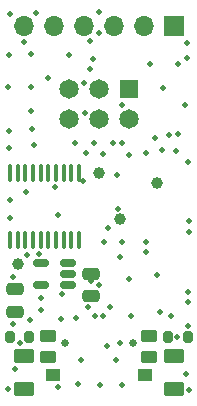
<source format=gts>
G04 #@! TF.GenerationSoftware,KiCad,Pcbnew,8.0.2*
G04 #@! TF.CreationDate,2024-05-04T17:16:49+02:00*
G04 #@! TF.ProjectId,AVRinator,41565269-6e61-4746-9f72-2e6b69636164,1.0*
G04 #@! TF.SameCoordinates,Original*
G04 #@! TF.FileFunction,Soldermask,Top*
G04 #@! TF.FilePolarity,Negative*
%FSLAX46Y46*%
G04 Gerber Fmt 4.6, Leading zero omitted, Abs format (unit mm)*
G04 Created by KiCad (PCBNEW 8.0.2) date 2024-05-04 17:16:49*
%MOMM*%
%LPD*%
G01*
G04 APERTURE LIST*
G04 Aperture macros list*
%AMRoundRect*
0 Rectangle with rounded corners*
0 $1 Rounding radius*
0 $2 $3 $4 $5 $6 $7 $8 $9 X,Y pos of 4 corners*
0 Add a 4 corners polygon primitive as box body*
4,1,4,$2,$3,$4,$5,$6,$7,$8,$9,$2,$3,0*
0 Add four circle primitives for the rounded corners*
1,1,$1+$1,$2,$3*
1,1,$1+$1,$4,$5*
1,1,$1+$1,$6,$7*
1,1,$1+$1,$8,$9*
0 Add four rect primitives between the rounded corners*
20,1,$1+$1,$2,$3,$4,$5,0*
20,1,$1+$1,$4,$5,$6,$7,0*
20,1,$1+$1,$6,$7,$8,$9,0*
20,1,$1+$1,$8,$9,$2,$3,0*%
G04 Aperture macros list end*
%ADD10RoundRect,0.250000X-0.450000X0.262500X-0.450000X-0.262500X0.450000X-0.262500X0.450000X0.262500X0*%
%ADD11RoundRect,0.250000X0.625000X-0.375000X0.625000X0.375000X-0.625000X0.375000X-0.625000X-0.375000X0*%
%ADD12R,1.700000X1.700000*%
%ADD13O,1.700000X1.700000*%
%ADD14C,1.000000*%
%ADD15RoundRect,0.150000X0.512500X0.150000X-0.512500X0.150000X-0.512500X-0.150000X0.512500X-0.150000X0*%
%ADD16RoundRect,0.100000X0.100000X-0.637500X0.100000X0.637500X-0.100000X0.637500X-0.100000X-0.637500X0*%
%ADD17R,1.650000X1.650000*%
%ADD18C,1.650000*%
%ADD19RoundRect,0.250000X-0.475000X0.250000X-0.475000X-0.250000X0.475000X-0.250000X0.475000X0.250000X0*%
%ADD20R,1.250000X1.000000*%
%ADD21RoundRect,0.200000X-0.200000X-0.275000X0.200000X-0.275000X0.200000X0.275000X-0.200000X0.275000X0*%
%ADD22RoundRect,0.200000X0.200000X0.275000X-0.200000X0.275000X-0.200000X-0.275000X0.200000X-0.275000X0*%
%ADD23C,0.650000*%
%ADD24C,0.500000*%
G04 APERTURE END LIST*
D10*
X57962800Y-77014700D03*
X57962800Y-78839700D03*
D11*
X55880000Y-81537000D03*
X55880000Y-78737000D03*
D12*
X68554600Y-50774600D03*
D13*
X66014600Y-50774600D03*
X63474600Y-50774600D03*
X60934600Y-50774600D03*
X58394600Y-50774600D03*
X55854600Y-50774600D03*
D14*
X63982600Y-67157600D03*
D15*
X59633700Y-72769900D03*
X59633700Y-71819900D03*
X59633700Y-70869900D03*
X57358700Y-70869900D03*
X57358700Y-72769900D03*
D10*
X66497200Y-77014700D03*
X66497200Y-78839700D03*
D16*
X54707600Y-68953300D03*
X55357600Y-68953300D03*
X56007600Y-68953300D03*
X56657600Y-68953300D03*
X57307600Y-68953300D03*
X57957600Y-68953300D03*
X58607600Y-68953300D03*
X59257600Y-68953300D03*
X59907600Y-68953300D03*
X60557600Y-68953300D03*
X60557600Y-63228300D03*
X59907600Y-63228300D03*
X59257600Y-63228300D03*
X58607600Y-63228300D03*
X57957600Y-63228300D03*
X57307600Y-63228300D03*
X56657600Y-63228300D03*
X56007600Y-63228300D03*
X55357600Y-63228300D03*
X54707600Y-63228300D03*
D14*
X55422800Y-70967600D03*
D17*
X64770000Y-56134000D03*
D18*
X64770000Y-58674000D03*
X62230000Y-56134000D03*
X62230000Y-58674000D03*
X59690000Y-56134000D03*
X59690000Y-58674000D03*
D19*
X61544200Y-71770200D03*
X61544200Y-73670200D03*
D20*
X66105000Y-80391000D03*
X58355000Y-80391000D03*
D21*
X54699400Y-77114400D03*
X56349400Y-77114400D03*
D14*
X62230000Y-63220600D03*
D11*
X68580000Y-81537000D03*
X68580000Y-78737000D03*
D19*
X55092600Y-73091000D03*
X55092600Y-74991000D03*
D14*
X67183000Y-64135000D03*
D22*
X69760600Y-77114400D03*
X68110600Y-77114400D03*
D23*
X65120000Y-77661000D03*
X59340000Y-77661000D03*
D24*
X59131200Y-73507600D03*
X62219089Y-49646089D03*
X61591590Y-72411990D03*
X68961000Y-54051200D03*
X60871100Y-63919100D03*
X64947800Y-75361800D03*
X54533800Y-55956200D03*
X61493400Y-52044600D03*
X66217800Y-69951600D03*
X63677800Y-79121000D03*
X63830200Y-66268600D03*
X56464200Y-55930800D03*
X57912000Y-55245000D03*
X54940200Y-72034400D03*
X67005200Y-60325000D03*
X54686200Y-49758600D03*
X69824600Y-68249800D03*
X64008000Y-70383400D03*
X63779400Y-63423800D03*
X67640200Y-56057800D03*
X54674000Y-65557400D03*
X68148200Y-60071000D03*
X55905400Y-52171600D03*
X69773800Y-73355200D03*
X57327800Y-73837800D03*
X60934600Y-55626000D03*
X60452000Y-81153000D03*
X69773800Y-74168000D03*
X56515000Y-53162200D03*
X54965600Y-75996800D03*
X59740800Y-53289200D03*
X54660800Y-59664600D03*
X69824600Y-67335400D03*
X61087000Y-58140600D03*
X64185800Y-81178400D03*
X69697600Y-53492400D03*
X67411600Y-74980800D03*
X62331600Y-81178400D03*
X54610000Y-53238400D03*
X61696600Y-53568600D03*
X69875400Y-81584800D03*
X54635400Y-61112400D03*
X57353200Y-74879200D03*
X68757800Y-61366400D03*
X56108600Y-70180200D03*
X62230000Y-72720200D03*
X68326000Y-75387200D03*
X69672200Y-52222400D03*
X67589400Y-61315600D03*
X56413400Y-75692000D03*
X54508400Y-81559400D03*
X69773800Y-76200000D03*
X64160400Y-57531000D03*
X62941200Y-77876400D03*
X54686200Y-67056000D03*
X60731400Y-79121000D03*
X66573400Y-54025800D03*
X56896000Y-49682400D03*
X59029600Y-75641200D03*
X66217800Y-69088000D03*
X64795400Y-72186800D03*
X55422800Y-70967600D03*
X56460793Y-58014167D03*
X67157600Y-71907400D03*
X69760600Y-62280800D03*
X68970600Y-59947762D03*
X56565800Y-59486800D03*
X56718200Y-60883800D03*
X58775600Y-81407000D03*
X55143400Y-79832200D03*
X69570600Y-80264000D03*
X68884800Y-77114400D03*
X61150400Y-61531600D03*
X61290200Y-74620200D03*
X62589244Y-75387200D03*
X61872211Y-75389389D03*
X63169800Y-74625200D03*
X55575200Y-77647800D03*
X60230000Y-60747400D03*
X64058800Y-77622400D03*
X60325000Y-75565000D03*
X62230000Y-51435000D03*
X69545200Y-57454800D03*
X58521600Y-64414400D03*
X57150000Y-70129400D03*
X56083200Y-64820800D03*
X61493400Y-54406800D03*
X61830000Y-60747400D03*
X58782000Y-66833800D03*
X62560200Y-61671200D03*
X63430000Y-60747400D03*
X64230000Y-60747400D03*
X64820800Y-61747400D03*
X66192400Y-61518800D03*
X67183000Y-64135000D03*
X64230000Y-69097400D03*
X62992000Y-67945000D03*
X62630000Y-69097400D03*
M02*

</source>
